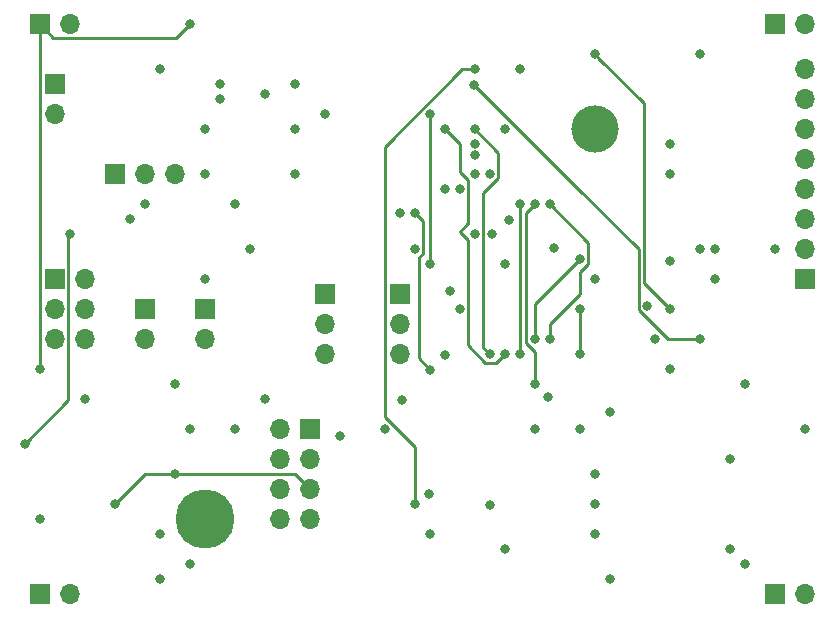
<source format=gbr>
G04 #@! TF.GenerationSoftware,KiCad,Pcbnew,(5.1.6)-1*
G04 #@! TF.CreationDate,2020-09-09T15:03:48-04:00*
G04 #@! TF.ProjectId,electronique_drone,656c6563-7472-46f6-9e69-7175655f6472,2*
G04 #@! TF.SameCoordinates,Original*
G04 #@! TF.FileFunction,Copper,L3,Inr*
G04 #@! TF.FilePolarity,Positive*
%FSLAX46Y46*%
G04 Gerber Fmt 4.6, Leading zero omitted, Abs format (unit mm)*
G04 Created by KiCad (PCBNEW (5.1.6)-1) date 2020-09-09 15:03:48*
%MOMM*%
%LPD*%
G01*
G04 APERTURE LIST*
G04 #@! TA.AperFunction,ViaPad*
%ADD10R,1.700000X1.700000*%
G04 #@! TD*
G04 #@! TA.AperFunction,ViaPad*
%ADD11O,1.700000X1.700000*%
G04 #@! TD*
G04 #@! TA.AperFunction,ViaPad*
%ADD12C,5.000000*%
G04 #@! TD*
G04 #@! TA.AperFunction,ViaPad*
%ADD13C,4.000000*%
G04 #@! TD*
G04 #@! TA.AperFunction,ViaPad*
%ADD14C,0.800000*%
G04 #@! TD*
G04 #@! TA.AperFunction,Conductor*
%ADD15C,0.250000*%
G04 #@! TD*
G04 APERTURE END LIST*
D10*
X49530000Y-58420000D03*
D11*
X49530000Y-60960000D03*
D10*
X49530000Y-74930000D03*
D11*
X52070000Y-74930000D03*
X49530000Y-77470000D03*
X52070000Y-77470000D03*
X49530000Y-80010000D03*
X52070000Y-80010000D03*
D10*
X54610000Y-66040000D03*
D11*
X57150000Y-66040000D03*
X59690000Y-66040000D03*
D10*
X72390000Y-76200000D03*
D11*
X72390000Y-78740000D03*
X72390000Y-81280000D03*
X78740000Y-81280000D03*
X78740000Y-78740000D03*
D10*
X78740000Y-76200000D03*
D11*
X57150000Y-80010000D03*
D10*
X57150000Y-77470000D03*
X62230000Y-77470000D03*
D11*
X62230000Y-80010000D03*
X50800000Y-53340000D03*
D10*
X48260000Y-53340000D03*
X110490000Y-53340000D03*
D11*
X113030000Y-53340000D03*
X50800000Y-101600000D03*
D10*
X48260000Y-101600000D03*
X110490000Y-101600000D03*
D11*
X113030000Y-101600000D03*
D10*
X113030000Y-74930000D03*
D11*
X113030000Y-72390000D03*
X113030000Y-69850000D03*
X113030000Y-67310000D03*
X113030000Y-64770000D03*
X113030000Y-62230000D03*
X113030000Y-59690000D03*
X113030000Y-57150000D03*
D10*
X71120000Y-87630000D03*
D11*
X68580000Y-87630000D03*
X71120000Y-90170000D03*
X68580000Y-90170000D03*
X71120000Y-92710000D03*
X68580000Y-92710000D03*
X71120000Y-95250000D03*
X68580000Y-95250000D03*
D12*
X62250000Y-95229000D03*
D13*
X95250000Y-62230000D03*
D14*
X62230000Y-62230000D03*
X72390000Y-60960000D03*
X69850000Y-66040016D03*
X67310000Y-85090000D03*
X96520000Y-86179999D03*
X95250000Y-91440000D03*
X107950000Y-83820000D03*
X106680000Y-90170000D03*
X110490000Y-72390000D03*
X104140000Y-72390000D03*
X63500000Y-59690000D03*
X63500000Y-58420000D03*
X87630000Y-73660000D03*
X95250000Y-74930000D03*
X101600001Y-73405097D03*
X105410000Y-74930000D03*
X85090000Y-66040000D03*
X85090000Y-64445000D03*
X62230000Y-74930000D03*
X66040000Y-72390000D03*
X77470000Y-87630000D03*
X59690000Y-83820000D03*
X85090000Y-71120000D03*
X83820000Y-67310000D03*
X101600000Y-66040000D03*
X58420000Y-57150000D03*
X69850000Y-58420000D03*
X81270769Y-93102500D03*
X58420000Y-96520000D03*
X104140000Y-55880000D03*
X113030000Y-87630000D03*
X90170000Y-87630000D03*
X58420000Y-100330000D03*
X81280000Y-96520000D03*
X60960000Y-99060000D03*
X96520000Y-100330000D03*
X99695842Y-77160000D03*
X101600000Y-63500000D03*
X101600000Y-77470000D03*
X95250000Y-55880000D03*
X87630000Y-62230000D03*
X91440000Y-80010000D03*
X91440000Y-68580000D03*
X83820000Y-77470000D03*
X83015000Y-75946770D03*
X90170000Y-80010000D03*
X93980000Y-73260000D03*
X78982500Y-85133903D03*
X48260000Y-82550000D03*
X60960000Y-53340000D03*
X95250000Y-93980000D03*
X73660000Y-88174990D03*
X69850000Y-62230000D03*
X62230000Y-66040000D03*
X67310000Y-59290000D03*
X91816174Y-72247664D03*
X86360000Y-66040000D03*
X86540001Y-71120000D03*
X59690000Y-91440000D03*
X54610000Y-93980000D03*
X64770000Y-87630014D03*
X60960000Y-87630000D03*
X52070000Y-85090000D03*
X48260000Y-95250000D03*
X81323903Y-82593903D03*
X80010000Y-69285000D03*
X86360000Y-94070000D03*
X80010000Y-72390000D03*
X78740000Y-69285000D03*
X82550000Y-67310000D03*
X87630000Y-97790000D03*
X82593903Y-81323903D03*
X81280000Y-73660000D03*
X81280000Y-60960000D03*
X101600000Y-82550000D03*
X104140000Y-80010000D03*
X85052347Y-58457653D03*
X95250000Y-96520000D03*
X87630000Y-81280000D03*
X82550000Y-62230000D03*
X93980000Y-87630000D03*
X106680002Y-97790000D03*
X91333995Y-84903096D03*
X93980000Y-81280000D03*
X93980000Y-77470000D03*
X105410000Y-72390000D03*
X88900000Y-57150000D03*
X85090000Y-63444997D03*
X107950000Y-99060000D03*
X86360000Y-81280000D03*
X85090000Y-62230000D03*
X80010000Y-93980000D03*
X85090000Y-57150000D03*
X64770000Y-68580000D03*
X46990000Y-88900000D03*
X50800000Y-71120000D03*
X57150000Y-68580000D03*
X55880000Y-69850000D03*
X90170000Y-83820000D03*
X90170000Y-68580000D03*
X88900000Y-81280000D03*
X88900000Y-68580000D03*
X100330000Y-80010000D03*
X87961194Y-69887493D03*
D15*
X99420852Y-60050852D02*
X95649999Y-56279999D01*
X95649999Y-56279999D02*
X95250000Y-55880000D01*
X101600000Y-77470000D02*
X99420852Y-75290852D01*
X99420852Y-75290852D02*
X99420852Y-60050852D01*
X91440000Y-80010000D02*
X91440000Y-78740000D01*
X91440000Y-78740000D02*
X93980000Y-76200000D01*
X94705001Y-73608001D02*
X94705001Y-71845001D01*
X94705001Y-71845001D02*
X91440000Y-68580000D01*
X93980000Y-76200000D02*
X93980000Y-74333002D01*
X93980000Y-74333002D02*
X94705001Y-73608001D01*
X90170000Y-80010000D02*
X90170000Y-77070000D01*
X90170000Y-77070000D02*
X93980000Y-73260000D01*
X48260000Y-82550000D02*
X48260000Y-53340000D01*
X59784999Y-54515001D02*
X60960000Y-53340000D01*
X48260000Y-53340000D02*
X49435001Y-54515001D01*
X49435001Y-54515001D02*
X59784999Y-54515001D01*
X71120000Y-92710000D02*
X69850000Y-91440000D01*
X69850000Y-91440000D02*
X59690000Y-91440000D01*
X59690000Y-91440000D02*
X57150000Y-91440000D01*
X57150000Y-91440000D02*
X54610000Y-93980000D01*
X80358001Y-81628001D02*
X80358001Y-73115001D01*
X81323903Y-82593903D02*
X80358001Y-81628001D01*
X80358001Y-73115001D02*
X80735001Y-72738001D01*
X80735001Y-72738001D02*
X80735001Y-70010001D01*
X80735001Y-70010001D02*
X80010000Y-69285000D01*
X81280000Y-73660000D02*
X81280000Y-60960000D01*
X93529991Y-66935297D02*
X85052347Y-58457653D01*
X98970841Y-72376147D02*
X93529991Y-66935297D01*
X101472840Y-80010000D02*
X98970841Y-77508001D01*
X104140000Y-80010000D02*
X101472840Y-80010000D01*
X98970841Y-77508001D02*
X98970841Y-72376147D01*
X83820000Y-70923002D02*
X84545001Y-70198001D01*
X87630000Y-81280000D02*
X86904999Y-82005001D01*
X84545001Y-80538003D02*
X84545001Y-71648003D01*
X83820000Y-63500000D02*
X82550000Y-62230000D01*
X83820000Y-65843002D02*
X83820000Y-63500000D01*
X84545001Y-70198001D02*
X84545001Y-66568003D01*
X86011999Y-82005001D02*
X84545001Y-80538003D01*
X84545001Y-71648003D02*
X83820000Y-70923002D01*
X84545001Y-66568003D02*
X83820000Y-65843002D01*
X86904999Y-82005001D02*
X86011999Y-82005001D01*
X93980000Y-81280000D02*
X93980000Y-77470000D01*
X87085001Y-66388001D02*
X87085001Y-64225001D01*
X85815000Y-80735000D02*
X85815000Y-67658002D01*
X86360000Y-81280000D02*
X85815000Y-80735000D01*
X85815000Y-67658002D02*
X87085001Y-66388001D01*
X87085001Y-64225001D02*
X85090000Y-62230000D01*
X80010000Y-89096998D02*
X77470000Y-86556998D01*
X80010000Y-93980000D02*
X80010000Y-89096998D01*
X84016998Y-57150000D02*
X85090000Y-57150000D01*
X77470000Y-86556998D02*
X77470000Y-63696998D01*
X77470000Y-63696998D02*
X84016998Y-57150000D01*
X50705001Y-71214999D02*
X50800000Y-71120000D01*
X46990000Y-88900000D02*
X50705001Y-85184999D01*
X50705001Y-85184999D02*
X50705001Y-71214999D01*
X89444999Y-80358001D02*
X89444999Y-69305001D01*
X89444999Y-69305001D02*
X90170000Y-68580000D01*
X90170000Y-83820000D02*
X90170000Y-81083002D01*
X90170000Y-81083002D02*
X89444999Y-80358001D01*
X88900000Y-81280000D02*
X88900000Y-68580000D01*
M02*

</source>
